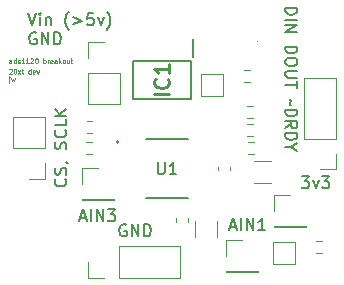
<source format=gbr>
%TF.GenerationSoftware,KiCad,Pcbnew,7.0.6*%
%TF.CreationDate,2024-02-24T16:40:58-05:00*%
%TF.ProjectId,ads1120_breakout,61647331-3132-4305-9f62-7265616b6f75,rev?*%
%TF.SameCoordinates,Original*%
%TF.FileFunction,Legend,Top*%
%TF.FilePolarity,Positive*%
%FSLAX46Y46*%
G04 Gerber Fmt 4.6, Leading zero omitted, Abs format (unit mm)*
G04 Created by KiCad (PCBNEW 7.0.6) date 2024-02-24 16:40:58*
%MOMM*%
%LPD*%
G01*
G04 APERTURE LIST*
%ADD10C,0.060000*%
%ADD11C,0.150000*%
%ADD12C,0.254000*%
%ADD13C,0.120000*%
%ADD14C,0.100000*%
%ADD15C,0.127000*%
%ADD16C,0.200000*%
G04 APERTURE END LIST*
D10*
X129909663Y-78190022D02*
X129928711Y-78170975D01*
X129928711Y-78170975D02*
X129966806Y-78151927D01*
X129966806Y-78151927D02*
X130062044Y-78151927D01*
X130062044Y-78151927D02*
X130100139Y-78170975D01*
X130100139Y-78170975D02*
X130119187Y-78190022D01*
X130119187Y-78190022D02*
X130138234Y-78228118D01*
X130138234Y-78228118D02*
X130138234Y-78266213D01*
X130138234Y-78266213D02*
X130119187Y-78323356D01*
X130119187Y-78323356D02*
X129890615Y-78551927D01*
X129890615Y-78551927D02*
X130138234Y-78551927D01*
X130385853Y-78151927D02*
X130423948Y-78151927D01*
X130423948Y-78151927D02*
X130462044Y-78170975D01*
X130462044Y-78170975D02*
X130481091Y-78190022D01*
X130481091Y-78190022D02*
X130500139Y-78228118D01*
X130500139Y-78228118D02*
X130519186Y-78304308D01*
X130519186Y-78304308D02*
X130519186Y-78399546D01*
X130519186Y-78399546D02*
X130500139Y-78475737D01*
X130500139Y-78475737D02*
X130481091Y-78513832D01*
X130481091Y-78513832D02*
X130462044Y-78532880D01*
X130462044Y-78532880D02*
X130423948Y-78551927D01*
X130423948Y-78551927D02*
X130385853Y-78551927D01*
X130385853Y-78551927D02*
X130347758Y-78532880D01*
X130347758Y-78532880D02*
X130328710Y-78513832D01*
X130328710Y-78513832D02*
X130309663Y-78475737D01*
X130309663Y-78475737D02*
X130290615Y-78399546D01*
X130290615Y-78399546D02*
X130290615Y-78304308D01*
X130290615Y-78304308D02*
X130309663Y-78228118D01*
X130309663Y-78228118D02*
X130328710Y-78190022D01*
X130328710Y-78190022D02*
X130347758Y-78170975D01*
X130347758Y-78170975D02*
X130385853Y-78151927D01*
X130652519Y-78551927D02*
X130862043Y-78285260D01*
X130652519Y-78285260D02*
X130862043Y-78551927D01*
X130957282Y-78285260D02*
X131109663Y-78285260D01*
X131014425Y-78151927D02*
X131014425Y-78494784D01*
X131014425Y-78494784D02*
X131033472Y-78532880D01*
X131033472Y-78532880D02*
X131071567Y-78551927D01*
X131071567Y-78551927D02*
X131109663Y-78551927D01*
X131719186Y-78551927D02*
X131719186Y-78151927D01*
X131719186Y-78532880D02*
X131681091Y-78551927D01*
X131681091Y-78551927D02*
X131604900Y-78551927D01*
X131604900Y-78551927D02*
X131566805Y-78532880D01*
X131566805Y-78532880D02*
X131547758Y-78513832D01*
X131547758Y-78513832D02*
X131528710Y-78475737D01*
X131528710Y-78475737D02*
X131528710Y-78361451D01*
X131528710Y-78361451D02*
X131547758Y-78323356D01*
X131547758Y-78323356D02*
X131566805Y-78304308D01*
X131566805Y-78304308D02*
X131604900Y-78285260D01*
X131604900Y-78285260D02*
X131681091Y-78285260D01*
X131681091Y-78285260D02*
X131719186Y-78304308D01*
X132062044Y-78532880D02*
X132023948Y-78551927D01*
X132023948Y-78551927D02*
X131947758Y-78551927D01*
X131947758Y-78551927D02*
X131909663Y-78532880D01*
X131909663Y-78532880D02*
X131890615Y-78494784D01*
X131890615Y-78494784D02*
X131890615Y-78342403D01*
X131890615Y-78342403D02*
X131909663Y-78304308D01*
X131909663Y-78304308D02*
X131947758Y-78285260D01*
X131947758Y-78285260D02*
X132023948Y-78285260D01*
X132023948Y-78285260D02*
X132062044Y-78304308D01*
X132062044Y-78304308D02*
X132081091Y-78342403D01*
X132081091Y-78342403D02*
X132081091Y-78380499D01*
X132081091Y-78380499D02*
X131890615Y-78418594D01*
X132214424Y-78285260D02*
X132309662Y-78551927D01*
X132309662Y-78551927D02*
X132404901Y-78285260D01*
X129928711Y-78929260D02*
X129928711Y-79272118D01*
X129928711Y-79272118D02*
X129909663Y-79310213D01*
X129909663Y-79310213D02*
X129871568Y-79329260D01*
X129871568Y-79329260D02*
X129852520Y-79329260D01*
X129928711Y-78795927D02*
X129909663Y-78814975D01*
X129909663Y-78814975D02*
X129928711Y-78834022D01*
X129928711Y-78834022D02*
X129947758Y-78814975D01*
X129947758Y-78814975D02*
X129928711Y-78795927D01*
X129928711Y-78795927D02*
X129928711Y-78834022D01*
X130081091Y-78929260D02*
X130157282Y-79195927D01*
X130157282Y-79195927D02*
X130233472Y-79005451D01*
X130233472Y-79005451D02*
X130309663Y-79195927D01*
X130309663Y-79195927D02*
X130385853Y-78929260D01*
X130100139Y-77671927D02*
X130100139Y-77462403D01*
X130100139Y-77462403D02*
X130081092Y-77424308D01*
X130081092Y-77424308D02*
X130042996Y-77405260D01*
X130042996Y-77405260D02*
X129966806Y-77405260D01*
X129966806Y-77405260D02*
X129928711Y-77424308D01*
X130100139Y-77652880D02*
X130062044Y-77671927D01*
X130062044Y-77671927D02*
X129966806Y-77671927D01*
X129966806Y-77671927D02*
X129928711Y-77652880D01*
X129928711Y-77652880D02*
X129909663Y-77614784D01*
X129909663Y-77614784D02*
X129909663Y-77576689D01*
X129909663Y-77576689D02*
X129928711Y-77538594D01*
X129928711Y-77538594D02*
X129966806Y-77519546D01*
X129966806Y-77519546D02*
X130062044Y-77519546D01*
X130062044Y-77519546D02*
X130100139Y-77500499D01*
X130462044Y-77671927D02*
X130462044Y-77271927D01*
X130462044Y-77652880D02*
X130423949Y-77671927D01*
X130423949Y-77671927D02*
X130347758Y-77671927D01*
X130347758Y-77671927D02*
X130309663Y-77652880D01*
X130309663Y-77652880D02*
X130290616Y-77633832D01*
X130290616Y-77633832D02*
X130271568Y-77595737D01*
X130271568Y-77595737D02*
X130271568Y-77481451D01*
X130271568Y-77481451D02*
X130290616Y-77443356D01*
X130290616Y-77443356D02*
X130309663Y-77424308D01*
X130309663Y-77424308D02*
X130347758Y-77405260D01*
X130347758Y-77405260D02*
X130423949Y-77405260D01*
X130423949Y-77405260D02*
X130462044Y-77424308D01*
X130633473Y-77652880D02*
X130671568Y-77671927D01*
X130671568Y-77671927D02*
X130747759Y-77671927D01*
X130747759Y-77671927D02*
X130785854Y-77652880D01*
X130785854Y-77652880D02*
X130804902Y-77614784D01*
X130804902Y-77614784D02*
X130804902Y-77595737D01*
X130804902Y-77595737D02*
X130785854Y-77557641D01*
X130785854Y-77557641D02*
X130747759Y-77538594D01*
X130747759Y-77538594D02*
X130690616Y-77538594D01*
X130690616Y-77538594D02*
X130652521Y-77519546D01*
X130652521Y-77519546D02*
X130633473Y-77481451D01*
X130633473Y-77481451D02*
X130633473Y-77462403D01*
X130633473Y-77462403D02*
X130652521Y-77424308D01*
X130652521Y-77424308D02*
X130690616Y-77405260D01*
X130690616Y-77405260D02*
X130747759Y-77405260D01*
X130747759Y-77405260D02*
X130785854Y-77424308D01*
X131185854Y-77671927D02*
X130957283Y-77671927D01*
X131071569Y-77671927D02*
X131071569Y-77271927D01*
X131071569Y-77271927D02*
X131033473Y-77329070D01*
X131033473Y-77329070D02*
X130995378Y-77367165D01*
X130995378Y-77367165D02*
X130957283Y-77386213D01*
X131566806Y-77671927D02*
X131338235Y-77671927D01*
X131452521Y-77671927D02*
X131452521Y-77271927D01*
X131452521Y-77271927D02*
X131414425Y-77329070D01*
X131414425Y-77329070D02*
X131376330Y-77367165D01*
X131376330Y-77367165D02*
X131338235Y-77386213D01*
X131719187Y-77310022D02*
X131738235Y-77290975D01*
X131738235Y-77290975D02*
X131776330Y-77271927D01*
X131776330Y-77271927D02*
X131871568Y-77271927D01*
X131871568Y-77271927D02*
X131909663Y-77290975D01*
X131909663Y-77290975D02*
X131928711Y-77310022D01*
X131928711Y-77310022D02*
X131947758Y-77348118D01*
X131947758Y-77348118D02*
X131947758Y-77386213D01*
X131947758Y-77386213D02*
X131928711Y-77443356D01*
X131928711Y-77443356D02*
X131700139Y-77671927D01*
X131700139Y-77671927D02*
X131947758Y-77671927D01*
X132195377Y-77271927D02*
X132233472Y-77271927D01*
X132233472Y-77271927D02*
X132271568Y-77290975D01*
X132271568Y-77290975D02*
X132290615Y-77310022D01*
X132290615Y-77310022D02*
X132309663Y-77348118D01*
X132309663Y-77348118D02*
X132328710Y-77424308D01*
X132328710Y-77424308D02*
X132328710Y-77519546D01*
X132328710Y-77519546D02*
X132309663Y-77595737D01*
X132309663Y-77595737D02*
X132290615Y-77633832D01*
X132290615Y-77633832D02*
X132271568Y-77652880D01*
X132271568Y-77652880D02*
X132233472Y-77671927D01*
X132233472Y-77671927D02*
X132195377Y-77671927D01*
X132195377Y-77671927D02*
X132157282Y-77652880D01*
X132157282Y-77652880D02*
X132138234Y-77633832D01*
X132138234Y-77633832D02*
X132119187Y-77595737D01*
X132119187Y-77595737D02*
X132100139Y-77519546D01*
X132100139Y-77519546D02*
X132100139Y-77424308D01*
X132100139Y-77424308D02*
X132119187Y-77348118D01*
X132119187Y-77348118D02*
X132138234Y-77310022D01*
X132138234Y-77310022D02*
X132157282Y-77290975D01*
X132157282Y-77290975D02*
X132195377Y-77271927D01*
X132804901Y-77671927D02*
X132804901Y-77271927D01*
X132804901Y-77424308D02*
X132842996Y-77405260D01*
X132842996Y-77405260D02*
X132919186Y-77405260D01*
X132919186Y-77405260D02*
X132957282Y-77424308D01*
X132957282Y-77424308D02*
X132976329Y-77443356D01*
X132976329Y-77443356D02*
X132995377Y-77481451D01*
X132995377Y-77481451D02*
X132995377Y-77595737D01*
X132995377Y-77595737D02*
X132976329Y-77633832D01*
X132976329Y-77633832D02*
X132957282Y-77652880D01*
X132957282Y-77652880D02*
X132919186Y-77671927D01*
X132919186Y-77671927D02*
X132842996Y-77671927D01*
X132842996Y-77671927D02*
X132804901Y-77652880D01*
X133166806Y-77671927D02*
X133166806Y-77405260D01*
X133166806Y-77481451D02*
X133185853Y-77443356D01*
X133185853Y-77443356D02*
X133204901Y-77424308D01*
X133204901Y-77424308D02*
X133242996Y-77405260D01*
X133242996Y-77405260D02*
X133281091Y-77405260D01*
X133566806Y-77652880D02*
X133528710Y-77671927D01*
X133528710Y-77671927D02*
X133452520Y-77671927D01*
X133452520Y-77671927D02*
X133414425Y-77652880D01*
X133414425Y-77652880D02*
X133395377Y-77614784D01*
X133395377Y-77614784D02*
X133395377Y-77462403D01*
X133395377Y-77462403D02*
X133414425Y-77424308D01*
X133414425Y-77424308D02*
X133452520Y-77405260D01*
X133452520Y-77405260D02*
X133528710Y-77405260D01*
X133528710Y-77405260D02*
X133566806Y-77424308D01*
X133566806Y-77424308D02*
X133585853Y-77462403D01*
X133585853Y-77462403D02*
X133585853Y-77500499D01*
X133585853Y-77500499D02*
X133395377Y-77538594D01*
X133928710Y-77671927D02*
X133928710Y-77462403D01*
X133928710Y-77462403D02*
X133909663Y-77424308D01*
X133909663Y-77424308D02*
X133871567Y-77405260D01*
X133871567Y-77405260D02*
X133795377Y-77405260D01*
X133795377Y-77405260D02*
X133757282Y-77424308D01*
X133928710Y-77652880D02*
X133890615Y-77671927D01*
X133890615Y-77671927D02*
X133795377Y-77671927D01*
X133795377Y-77671927D02*
X133757282Y-77652880D01*
X133757282Y-77652880D02*
X133738234Y-77614784D01*
X133738234Y-77614784D02*
X133738234Y-77576689D01*
X133738234Y-77576689D02*
X133757282Y-77538594D01*
X133757282Y-77538594D02*
X133795377Y-77519546D01*
X133795377Y-77519546D02*
X133890615Y-77519546D01*
X133890615Y-77519546D02*
X133928710Y-77500499D01*
X134119187Y-77671927D02*
X134119187Y-77271927D01*
X134157282Y-77519546D02*
X134271568Y-77671927D01*
X134271568Y-77405260D02*
X134119187Y-77557641D01*
X134500139Y-77671927D02*
X134462044Y-77652880D01*
X134462044Y-77652880D02*
X134442997Y-77633832D01*
X134442997Y-77633832D02*
X134423949Y-77595737D01*
X134423949Y-77595737D02*
X134423949Y-77481451D01*
X134423949Y-77481451D02*
X134442997Y-77443356D01*
X134442997Y-77443356D02*
X134462044Y-77424308D01*
X134462044Y-77424308D02*
X134500139Y-77405260D01*
X134500139Y-77405260D02*
X134557282Y-77405260D01*
X134557282Y-77405260D02*
X134595378Y-77424308D01*
X134595378Y-77424308D02*
X134614425Y-77443356D01*
X134614425Y-77443356D02*
X134633473Y-77481451D01*
X134633473Y-77481451D02*
X134633473Y-77595737D01*
X134633473Y-77595737D02*
X134614425Y-77633832D01*
X134614425Y-77633832D02*
X134595378Y-77652880D01*
X134595378Y-77652880D02*
X134557282Y-77671927D01*
X134557282Y-77671927D02*
X134500139Y-77671927D01*
X134976330Y-77405260D02*
X134976330Y-77671927D01*
X134804902Y-77405260D02*
X134804902Y-77614784D01*
X134804902Y-77614784D02*
X134823949Y-77652880D01*
X134823949Y-77652880D02*
X134862044Y-77671927D01*
X134862044Y-77671927D02*
X134919187Y-77671927D01*
X134919187Y-77671927D02*
X134957283Y-77652880D01*
X134957283Y-77652880D02*
X134976330Y-77633832D01*
X135109664Y-77405260D02*
X135262045Y-77405260D01*
X135166807Y-77271927D02*
X135166807Y-77614784D01*
X135166807Y-77614784D02*
X135185854Y-77652880D01*
X135185854Y-77652880D02*
X135223949Y-77671927D01*
X135223949Y-77671927D02*
X135262045Y-77671927D01*
D11*
X153292180Y-72980779D02*
X154292180Y-72980779D01*
X154292180Y-72980779D02*
X154292180Y-73218874D01*
X154292180Y-73218874D02*
X154244561Y-73361731D01*
X154244561Y-73361731D02*
X154149323Y-73456969D01*
X154149323Y-73456969D02*
X154054085Y-73504588D01*
X154054085Y-73504588D02*
X153863609Y-73552207D01*
X153863609Y-73552207D02*
X153720752Y-73552207D01*
X153720752Y-73552207D02*
X153530276Y-73504588D01*
X153530276Y-73504588D02*
X153435038Y-73456969D01*
X153435038Y-73456969D02*
X153339800Y-73361731D01*
X153339800Y-73361731D02*
X153292180Y-73218874D01*
X153292180Y-73218874D02*
X153292180Y-72980779D01*
X153292180Y-73980779D02*
X154292180Y-73980779D01*
X153292180Y-74456969D02*
X154292180Y-74456969D01*
X154292180Y-74456969D02*
X153292180Y-75028397D01*
X153292180Y-75028397D02*
X154292180Y-75028397D01*
X153292180Y-76266493D02*
X154292180Y-76266493D01*
X154292180Y-76266493D02*
X154292180Y-76504588D01*
X154292180Y-76504588D02*
X154244561Y-76647445D01*
X154244561Y-76647445D02*
X154149323Y-76742683D01*
X154149323Y-76742683D02*
X154054085Y-76790302D01*
X154054085Y-76790302D02*
X153863609Y-76837921D01*
X153863609Y-76837921D02*
X153720752Y-76837921D01*
X153720752Y-76837921D02*
X153530276Y-76790302D01*
X153530276Y-76790302D02*
X153435038Y-76742683D01*
X153435038Y-76742683D02*
X153339800Y-76647445D01*
X153339800Y-76647445D02*
X153292180Y-76504588D01*
X153292180Y-76504588D02*
X153292180Y-76266493D01*
X154292180Y-77456969D02*
X154292180Y-77647445D01*
X154292180Y-77647445D02*
X154244561Y-77742683D01*
X154244561Y-77742683D02*
X154149323Y-77837921D01*
X154149323Y-77837921D02*
X153958847Y-77885540D01*
X153958847Y-77885540D02*
X153625514Y-77885540D01*
X153625514Y-77885540D02*
X153435038Y-77837921D01*
X153435038Y-77837921D02*
X153339800Y-77742683D01*
X153339800Y-77742683D02*
X153292180Y-77647445D01*
X153292180Y-77647445D02*
X153292180Y-77456969D01*
X153292180Y-77456969D02*
X153339800Y-77361731D01*
X153339800Y-77361731D02*
X153435038Y-77266493D01*
X153435038Y-77266493D02*
X153625514Y-77218874D01*
X153625514Y-77218874D02*
X153958847Y-77218874D01*
X153958847Y-77218874D02*
X154149323Y-77266493D01*
X154149323Y-77266493D02*
X154244561Y-77361731D01*
X154244561Y-77361731D02*
X154292180Y-77456969D01*
X154292180Y-78314112D02*
X153482657Y-78314112D01*
X153482657Y-78314112D02*
X153387419Y-78361731D01*
X153387419Y-78361731D02*
X153339800Y-78409350D01*
X153339800Y-78409350D02*
X153292180Y-78504588D01*
X153292180Y-78504588D02*
X153292180Y-78695064D01*
X153292180Y-78695064D02*
X153339800Y-78790302D01*
X153339800Y-78790302D02*
X153387419Y-78837921D01*
X153387419Y-78837921D02*
X153482657Y-78885540D01*
X153482657Y-78885540D02*
X154292180Y-78885540D01*
X154292180Y-79218874D02*
X154292180Y-79790302D01*
X153292180Y-79504588D02*
X154292180Y-79504588D01*
X153673133Y-80742684D02*
X153720752Y-80790303D01*
X153720752Y-80790303D02*
X153768371Y-80885541D01*
X153768371Y-80885541D02*
X153673133Y-81076017D01*
X153673133Y-81076017D02*
X153720752Y-81171255D01*
X153720752Y-81171255D02*
X153768371Y-81218874D01*
X153292180Y-81599827D02*
X154292180Y-81599827D01*
X154292180Y-81599827D02*
X154292180Y-81837922D01*
X154292180Y-81837922D02*
X154244561Y-81980779D01*
X154244561Y-81980779D02*
X154149323Y-82076017D01*
X154149323Y-82076017D02*
X154054085Y-82123636D01*
X154054085Y-82123636D02*
X153863609Y-82171255D01*
X153863609Y-82171255D02*
X153720752Y-82171255D01*
X153720752Y-82171255D02*
X153530276Y-82123636D01*
X153530276Y-82123636D02*
X153435038Y-82076017D01*
X153435038Y-82076017D02*
X153339800Y-81980779D01*
X153339800Y-81980779D02*
X153292180Y-81837922D01*
X153292180Y-81837922D02*
X153292180Y-81599827D01*
X153292180Y-83171255D02*
X153768371Y-82837922D01*
X153292180Y-82599827D02*
X154292180Y-82599827D01*
X154292180Y-82599827D02*
X154292180Y-82980779D01*
X154292180Y-82980779D02*
X154244561Y-83076017D01*
X154244561Y-83076017D02*
X154196942Y-83123636D01*
X154196942Y-83123636D02*
X154101704Y-83171255D01*
X154101704Y-83171255D02*
X153958847Y-83171255D01*
X153958847Y-83171255D02*
X153863609Y-83123636D01*
X153863609Y-83123636D02*
X153815990Y-83076017D01*
X153815990Y-83076017D02*
X153768371Y-82980779D01*
X153768371Y-82980779D02*
X153768371Y-82599827D01*
X153292180Y-83599827D02*
X154292180Y-83599827D01*
X154292180Y-83599827D02*
X154292180Y-83837922D01*
X154292180Y-83837922D02*
X154244561Y-83980779D01*
X154244561Y-83980779D02*
X154149323Y-84076017D01*
X154149323Y-84076017D02*
X154054085Y-84123636D01*
X154054085Y-84123636D02*
X153863609Y-84171255D01*
X153863609Y-84171255D02*
X153720752Y-84171255D01*
X153720752Y-84171255D02*
X153530276Y-84123636D01*
X153530276Y-84123636D02*
X153435038Y-84076017D01*
X153435038Y-84076017D02*
X153339800Y-83980779D01*
X153339800Y-83980779D02*
X153292180Y-83837922D01*
X153292180Y-83837922D02*
X153292180Y-83599827D01*
X153768371Y-84790303D02*
X153292180Y-84790303D01*
X154292180Y-84456970D02*
X153768371Y-84790303D01*
X153768371Y-84790303D02*
X154292180Y-85123636D01*
X154673541Y-87261819D02*
X155292588Y-87261819D01*
X155292588Y-87261819D02*
X154959255Y-87642771D01*
X154959255Y-87642771D02*
X155102112Y-87642771D01*
X155102112Y-87642771D02*
X155197350Y-87690390D01*
X155197350Y-87690390D02*
X155244969Y-87738009D01*
X155244969Y-87738009D02*
X155292588Y-87833247D01*
X155292588Y-87833247D02*
X155292588Y-88071342D01*
X155292588Y-88071342D02*
X155244969Y-88166580D01*
X155244969Y-88166580D02*
X155197350Y-88214200D01*
X155197350Y-88214200D02*
X155102112Y-88261819D01*
X155102112Y-88261819D02*
X154816398Y-88261819D01*
X154816398Y-88261819D02*
X154721160Y-88214200D01*
X154721160Y-88214200D02*
X154673541Y-88166580D01*
X155625922Y-87595152D02*
X155864017Y-88261819D01*
X155864017Y-88261819D02*
X156102112Y-87595152D01*
X156387827Y-87261819D02*
X157006874Y-87261819D01*
X157006874Y-87261819D02*
X156673541Y-87642771D01*
X156673541Y-87642771D02*
X156816398Y-87642771D01*
X156816398Y-87642771D02*
X156911636Y-87690390D01*
X156911636Y-87690390D02*
X156959255Y-87738009D01*
X156959255Y-87738009D02*
X157006874Y-87833247D01*
X157006874Y-87833247D02*
X157006874Y-88071342D01*
X157006874Y-88071342D02*
X156959255Y-88166580D01*
X156959255Y-88166580D02*
X156911636Y-88214200D01*
X156911636Y-88214200D02*
X156816398Y-88261819D01*
X156816398Y-88261819D02*
X156530684Y-88261819D01*
X156530684Y-88261819D02*
X156435446Y-88214200D01*
X156435446Y-88214200D02*
X156387827Y-88166580D01*
X148625160Y-91532104D02*
X149101350Y-91532104D01*
X148529922Y-91817819D02*
X148863255Y-90817819D01*
X148863255Y-90817819D02*
X149196588Y-91817819D01*
X149529922Y-91817819D02*
X149529922Y-90817819D01*
X150006112Y-91817819D02*
X150006112Y-90817819D01*
X150006112Y-90817819D02*
X150577540Y-91817819D01*
X150577540Y-91817819D02*
X150577540Y-90817819D01*
X151577540Y-91817819D02*
X151006112Y-91817819D01*
X151291826Y-91817819D02*
X151291826Y-90817819D01*
X151291826Y-90817819D02*
X151196588Y-90960676D01*
X151196588Y-90960676D02*
X151101350Y-91055914D01*
X151101350Y-91055914D02*
X151006112Y-91103533D01*
X139798588Y-91373438D02*
X139703350Y-91325819D01*
X139703350Y-91325819D02*
X139560493Y-91325819D01*
X139560493Y-91325819D02*
X139417636Y-91373438D01*
X139417636Y-91373438D02*
X139322398Y-91468676D01*
X139322398Y-91468676D02*
X139274779Y-91563914D01*
X139274779Y-91563914D02*
X139227160Y-91754390D01*
X139227160Y-91754390D02*
X139227160Y-91897247D01*
X139227160Y-91897247D02*
X139274779Y-92087723D01*
X139274779Y-92087723D02*
X139322398Y-92182961D01*
X139322398Y-92182961D02*
X139417636Y-92278200D01*
X139417636Y-92278200D02*
X139560493Y-92325819D01*
X139560493Y-92325819D02*
X139655731Y-92325819D01*
X139655731Y-92325819D02*
X139798588Y-92278200D01*
X139798588Y-92278200D02*
X139846207Y-92230580D01*
X139846207Y-92230580D02*
X139846207Y-91897247D01*
X139846207Y-91897247D02*
X139655731Y-91897247D01*
X140274779Y-92325819D02*
X140274779Y-91325819D01*
X140274779Y-91325819D02*
X140846207Y-92325819D01*
X140846207Y-92325819D02*
X140846207Y-91325819D01*
X141322398Y-92325819D02*
X141322398Y-91325819D01*
X141322398Y-91325819D02*
X141560493Y-91325819D01*
X141560493Y-91325819D02*
X141703350Y-91373438D01*
X141703350Y-91373438D02*
X141798588Y-91468676D01*
X141798588Y-91468676D02*
X141846207Y-91563914D01*
X141846207Y-91563914D02*
X141893826Y-91754390D01*
X141893826Y-91754390D02*
X141893826Y-91897247D01*
X141893826Y-91897247D02*
X141846207Y-92087723D01*
X141846207Y-92087723D02*
X141798588Y-92182961D01*
X141798588Y-92182961D02*
X141703350Y-92278200D01*
X141703350Y-92278200D02*
X141560493Y-92325819D01*
X141560493Y-92325819D02*
X141322398Y-92325819D01*
X131511922Y-73459819D02*
X131845255Y-74459819D01*
X131845255Y-74459819D02*
X132178588Y-73459819D01*
X132511922Y-74459819D02*
X132511922Y-73793152D01*
X132511922Y-73459819D02*
X132464303Y-73507438D01*
X132464303Y-73507438D02*
X132511922Y-73555057D01*
X132511922Y-73555057D02*
X132559541Y-73507438D01*
X132559541Y-73507438D02*
X132511922Y-73459819D01*
X132511922Y-73459819D02*
X132511922Y-73555057D01*
X132988112Y-73793152D02*
X132988112Y-74459819D01*
X132988112Y-73888390D02*
X133035731Y-73840771D01*
X133035731Y-73840771D02*
X133130969Y-73793152D01*
X133130969Y-73793152D02*
X133273826Y-73793152D01*
X133273826Y-73793152D02*
X133369064Y-73840771D01*
X133369064Y-73840771D02*
X133416683Y-73936009D01*
X133416683Y-73936009D02*
X133416683Y-74459819D01*
X134940493Y-74840771D02*
X134892874Y-74793152D01*
X134892874Y-74793152D02*
X134797636Y-74650295D01*
X134797636Y-74650295D02*
X134750017Y-74555057D01*
X134750017Y-74555057D02*
X134702398Y-74412200D01*
X134702398Y-74412200D02*
X134654779Y-74174104D01*
X134654779Y-74174104D02*
X134654779Y-73983628D01*
X134654779Y-73983628D02*
X134702398Y-73745533D01*
X134702398Y-73745533D02*
X134750017Y-73602676D01*
X134750017Y-73602676D02*
X134797636Y-73507438D01*
X134797636Y-73507438D02*
X134892874Y-73364580D01*
X134892874Y-73364580D02*
X134940493Y-73316961D01*
X135321446Y-73793152D02*
X136083351Y-74078866D01*
X136083351Y-74078866D02*
X135321446Y-74364580D01*
X137035731Y-73459819D02*
X136559541Y-73459819D01*
X136559541Y-73459819D02*
X136511922Y-73936009D01*
X136511922Y-73936009D02*
X136559541Y-73888390D01*
X136559541Y-73888390D02*
X136654779Y-73840771D01*
X136654779Y-73840771D02*
X136892874Y-73840771D01*
X136892874Y-73840771D02*
X136988112Y-73888390D01*
X136988112Y-73888390D02*
X137035731Y-73936009D01*
X137035731Y-73936009D02*
X137083350Y-74031247D01*
X137083350Y-74031247D02*
X137083350Y-74269342D01*
X137083350Y-74269342D02*
X137035731Y-74364580D01*
X137035731Y-74364580D02*
X136988112Y-74412200D01*
X136988112Y-74412200D02*
X136892874Y-74459819D01*
X136892874Y-74459819D02*
X136654779Y-74459819D01*
X136654779Y-74459819D02*
X136559541Y-74412200D01*
X136559541Y-74412200D02*
X136511922Y-74364580D01*
X137416684Y-73793152D02*
X137654779Y-74459819D01*
X137654779Y-74459819D02*
X137892874Y-73793152D01*
X138178589Y-74840771D02*
X138226208Y-74793152D01*
X138226208Y-74793152D02*
X138321446Y-74650295D01*
X138321446Y-74650295D02*
X138369065Y-74555057D01*
X138369065Y-74555057D02*
X138416684Y-74412200D01*
X138416684Y-74412200D02*
X138464303Y-74174104D01*
X138464303Y-74174104D02*
X138464303Y-73983628D01*
X138464303Y-73983628D02*
X138416684Y-73745533D01*
X138416684Y-73745533D02*
X138369065Y-73602676D01*
X138369065Y-73602676D02*
X138321446Y-73507438D01*
X138321446Y-73507438D02*
X138226208Y-73364580D01*
X138226208Y-73364580D02*
X138178589Y-73316961D01*
X132178588Y-75117438D02*
X132083350Y-75069819D01*
X132083350Y-75069819D02*
X131940493Y-75069819D01*
X131940493Y-75069819D02*
X131797636Y-75117438D01*
X131797636Y-75117438D02*
X131702398Y-75212676D01*
X131702398Y-75212676D02*
X131654779Y-75307914D01*
X131654779Y-75307914D02*
X131607160Y-75498390D01*
X131607160Y-75498390D02*
X131607160Y-75641247D01*
X131607160Y-75641247D02*
X131654779Y-75831723D01*
X131654779Y-75831723D02*
X131702398Y-75926961D01*
X131702398Y-75926961D02*
X131797636Y-76022200D01*
X131797636Y-76022200D02*
X131940493Y-76069819D01*
X131940493Y-76069819D02*
X132035731Y-76069819D01*
X132035731Y-76069819D02*
X132178588Y-76022200D01*
X132178588Y-76022200D02*
X132226207Y-75974580D01*
X132226207Y-75974580D02*
X132226207Y-75641247D01*
X132226207Y-75641247D02*
X132035731Y-75641247D01*
X132654779Y-76069819D02*
X132654779Y-75069819D01*
X132654779Y-75069819D02*
X133226207Y-76069819D01*
X133226207Y-76069819D02*
X133226207Y-75069819D01*
X133702398Y-76069819D02*
X133702398Y-75069819D01*
X133702398Y-75069819D02*
X133940493Y-75069819D01*
X133940493Y-75069819D02*
X134083350Y-75117438D01*
X134083350Y-75117438D02*
X134178588Y-75212676D01*
X134178588Y-75212676D02*
X134226207Y-75307914D01*
X134226207Y-75307914D02*
X134273826Y-75498390D01*
X134273826Y-75498390D02*
X134273826Y-75641247D01*
X134273826Y-75641247D02*
X134226207Y-75831723D01*
X134226207Y-75831723D02*
X134178588Y-75926961D01*
X134178588Y-75926961D02*
X134083350Y-76022200D01*
X134083350Y-76022200D02*
X133940493Y-76069819D01*
X133940493Y-76069819D02*
X133702398Y-76069819D01*
X135925160Y-90770104D02*
X136401350Y-90770104D01*
X135829922Y-91055819D02*
X136163255Y-90055819D01*
X136163255Y-90055819D02*
X136496588Y-91055819D01*
X136829922Y-91055819D02*
X136829922Y-90055819D01*
X137306112Y-91055819D02*
X137306112Y-90055819D01*
X137306112Y-90055819D02*
X137877540Y-91055819D01*
X137877540Y-91055819D02*
X137877540Y-90055819D01*
X138258493Y-90055819D02*
X138877540Y-90055819D01*
X138877540Y-90055819D02*
X138544207Y-90436771D01*
X138544207Y-90436771D02*
X138687064Y-90436771D01*
X138687064Y-90436771D02*
X138782302Y-90484390D01*
X138782302Y-90484390D02*
X138829921Y-90532009D01*
X138829921Y-90532009D02*
X138877540Y-90627247D01*
X138877540Y-90627247D02*
X138877540Y-90865342D01*
X138877540Y-90865342D02*
X138829921Y-90960580D01*
X138829921Y-90960580D02*
X138782302Y-91008200D01*
X138782302Y-91008200D02*
X138687064Y-91055819D01*
X138687064Y-91055819D02*
X138401350Y-91055819D01*
X138401350Y-91055819D02*
X138306112Y-91008200D01*
X138306112Y-91008200D02*
X138258493Y-90960580D01*
X134648580Y-87483792D02*
X134696200Y-87531411D01*
X134696200Y-87531411D02*
X134743819Y-87674268D01*
X134743819Y-87674268D02*
X134743819Y-87769506D01*
X134743819Y-87769506D02*
X134696200Y-87912363D01*
X134696200Y-87912363D02*
X134600961Y-88007601D01*
X134600961Y-88007601D02*
X134505723Y-88055220D01*
X134505723Y-88055220D02*
X134315247Y-88102839D01*
X134315247Y-88102839D02*
X134172390Y-88102839D01*
X134172390Y-88102839D02*
X133981914Y-88055220D01*
X133981914Y-88055220D02*
X133886676Y-88007601D01*
X133886676Y-88007601D02*
X133791438Y-87912363D01*
X133791438Y-87912363D02*
X133743819Y-87769506D01*
X133743819Y-87769506D02*
X133743819Y-87674268D01*
X133743819Y-87674268D02*
X133791438Y-87531411D01*
X133791438Y-87531411D02*
X133839057Y-87483792D01*
X134696200Y-87102839D02*
X134743819Y-86959982D01*
X134743819Y-86959982D02*
X134743819Y-86721887D01*
X134743819Y-86721887D02*
X134696200Y-86626649D01*
X134696200Y-86626649D02*
X134648580Y-86579030D01*
X134648580Y-86579030D02*
X134553342Y-86531411D01*
X134553342Y-86531411D02*
X134458104Y-86531411D01*
X134458104Y-86531411D02*
X134362866Y-86579030D01*
X134362866Y-86579030D02*
X134315247Y-86626649D01*
X134315247Y-86626649D02*
X134267628Y-86721887D01*
X134267628Y-86721887D02*
X134220009Y-86912363D01*
X134220009Y-86912363D02*
X134172390Y-87007601D01*
X134172390Y-87007601D02*
X134124771Y-87055220D01*
X134124771Y-87055220D02*
X134029533Y-87102839D01*
X134029533Y-87102839D02*
X133934295Y-87102839D01*
X133934295Y-87102839D02*
X133839057Y-87055220D01*
X133839057Y-87055220D02*
X133791438Y-87007601D01*
X133791438Y-87007601D02*
X133743819Y-86912363D01*
X133743819Y-86912363D02*
X133743819Y-86674268D01*
X133743819Y-86674268D02*
X133791438Y-86531411D01*
X134696200Y-86055220D02*
X134743819Y-86055220D01*
X134743819Y-86055220D02*
X134839057Y-86102839D01*
X134839057Y-86102839D02*
X134886676Y-86150458D01*
X134696200Y-84912363D02*
X134743819Y-84769506D01*
X134743819Y-84769506D02*
X134743819Y-84531411D01*
X134743819Y-84531411D02*
X134696200Y-84436173D01*
X134696200Y-84436173D02*
X134648580Y-84388554D01*
X134648580Y-84388554D02*
X134553342Y-84340935D01*
X134553342Y-84340935D02*
X134458104Y-84340935D01*
X134458104Y-84340935D02*
X134362866Y-84388554D01*
X134362866Y-84388554D02*
X134315247Y-84436173D01*
X134315247Y-84436173D02*
X134267628Y-84531411D01*
X134267628Y-84531411D02*
X134220009Y-84721887D01*
X134220009Y-84721887D02*
X134172390Y-84817125D01*
X134172390Y-84817125D02*
X134124771Y-84864744D01*
X134124771Y-84864744D02*
X134029533Y-84912363D01*
X134029533Y-84912363D02*
X133934295Y-84912363D01*
X133934295Y-84912363D02*
X133839057Y-84864744D01*
X133839057Y-84864744D02*
X133791438Y-84817125D01*
X133791438Y-84817125D02*
X133743819Y-84721887D01*
X133743819Y-84721887D02*
X133743819Y-84483792D01*
X133743819Y-84483792D02*
X133791438Y-84340935D01*
X134648580Y-83340935D02*
X134696200Y-83388554D01*
X134696200Y-83388554D02*
X134743819Y-83531411D01*
X134743819Y-83531411D02*
X134743819Y-83626649D01*
X134743819Y-83626649D02*
X134696200Y-83769506D01*
X134696200Y-83769506D02*
X134600961Y-83864744D01*
X134600961Y-83864744D02*
X134505723Y-83912363D01*
X134505723Y-83912363D02*
X134315247Y-83959982D01*
X134315247Y-83959982D02*
X134172390Y-83959982D01*
X134172390Y-83959982D02*
X133981914Y-83912363D01*
X133981914Y-83912363D02*
X133886676Y-83864744D01*
X133886676Y-83864744D02*
X133791438Y-83769506D01*
X133791438Y-83769506D02*
X133743819Y-83626649D01*
X133743819Y-83626649D02*
X133743819Y-83531411D01*
X133743819Y-83531411D02*
X133791438Y-83388554D01*
X133791438Y-83388554D02*
X133839057Y-83340935D01*
X134743819Y-82436173D02*
X134743819Y-82912363D01*
X134743819Y-82912363D02*
X133743819Y-82912363D01*
X134743819Y-82102839D02*
X133743819Y-82102839D01*
X134743819Y-81531411D02*
X134172390Y-81959982D01*
X133743819Y-81531411D02*
X134315247Y-82102839D01*
X142494095Y-86068819D02*
X142494095Y-86878342D01*
X142494095Y-86878342D02*
X142541714Y-86973580D01*
X142541714Y-86973580D02*
X142589333Y-87021200D01*
X142589333Y-87021200D02*
X142684571Y-87068819D01*
X142684571Y-87068819D02*
X142875047Y-87068819D01*
X142875047Y-87068819D02*
X142970285Y-87021200D01*
X142970285Y-87021200D02*
X143017904Y-86973580D01*
X143017904Y-86973580D02*
X143065523Y-86878342D01*
X143065523Y-86878342D02*
X143065523Y-86068819D01*
X144065523Y-87068819D02*
X143494095Y-87068819D01*
X143779809Y-87068819D02*
X143779809Y-86068819D01*
X143779809Y-86068819D02*
X143684571Y-86211676D01*
X143684571Y-86211676D02*
X143589333Y-86306914D01*
X143589333Y-86306914D02*
X143494095Y-86354533D01*
D12*
X143449318Y-80315762D02*
X142179318Y-80315762D01*
X143328365Y-78985285D02*
X143388842Y-79045761D01*
X143388842Y-79045761D02*
X143449318Y-79227190D01*
X143449318Y-79227190D02*
X143449318Y-79348142D01*
X143449318Y-79348142D02*
X143388842Y-79529571D01*
X143388842Y-79529571D02*
X143267889Y-79650523D01*
X143267889Y-79650523D02*
X143146937Y-79711000D01*
X143146937Y-79711000D02*
X142905032Y-79771476D01*
X142905032Y-79771476D02*
X142723603Y-79771476D01*
X142723603Y-79771476D02*
X142481699Y-79711000D01*
X142481699Y-79711000D02*
X142360746Y-79650523D01*
X142360746Y-79650523D02*
X142239794Y-79529571D01*
X142239794Y-79529571D02*
X142179318Y-79348142D01*
X142179318Y-79348142D02*
X142179318Y-79227190D01*
X142179318Y-79227190D02*
X142239794Y-79045761D01*
X142239794Y-79045761D02*
X142300270Y-78985285D01*
X143449318Y-77775761D02*
X143449318Y-78501476D01*
X143449318Y-78138619D02*
X142179318Y-78138619D01*
X142179318Y-78138619D02*
X142360746Y-78259571D01*
X142360746Y-78259571D02*
X142481699Y-78380523D01*
X142481699Y-78380523D02*
X142542175Y-78501476D01*
D13*
%TO.C,J7*%
X144332000Y-95818000D02*
X144332000Y-93158000D01*
X139192000Y-95818000D02*
X144332000Y-95818000D01*
X137922000Y-95818000D02*
X136592000Y-95818000D01*
X139192000Y-93158000D02*
X144332000Y-93158000D01*
X136592000Y-95818000D02*
X136592000Y-94488000D01*
X139192000Y-95818000D02*
X139192000Y-93158000D01*
%TO.C,TP2*%
X146116000Y-78552000D02*
X148016000Y-78552000D01*
X146116000Y-80452000D02*
X146116000Y-78552000D01*
X148016000Y-80452000D02*
X146116000Y-80452000D01*
X148016000Y-78552000D02*
X148016000Y-80452000D01*
%TO.C,TP1*%
X152212000Y-92776000D02*
X154112000Y-92776000D01*
X152212000Y-94676000D02*
X152212000Y-92776000D01*
X154112000Y-94676000D02*
X152212000Y-94676000D01*
X154112000Y-92776000D02*
X154112000Y-94676000D01*
%TO.C,R7*%
X149813742Y-79262500D02*
X150288258Y-79262500D01*
X149813742Y-78217500D02*
X150288258Y-78217500D01*
%TO.C,R6*%
X155909742Y-93740500D02*
X156384258Y-93740500D01*
X155909742Y-92695500D02*
X156384258Y-92695500D01*
D14*
%TO.C,D2*%
X150926000Y-75872000D02*
G75*
G03*
X150926000Y-75872000I-50000J0D01*
G01*
%TO.C,D1*%
X155193000Y-94996000D02*
G75*
G03*
X155193000Y-94996000I-50000J0D01*
G01*
D15*
%TO.C,U1*%
X141491000Y-84114000D02*
X145021000Y-84114000D01*
X145021000Y-89114000D02*
X141491000Y-89114000D01*
D16*
X139166000Y-84339000D02*
G75*
G03*
X139166000Y-84339000I-100000J0D01*
G01*
D13*
%TO.C,R5*%
X150067742Y-82789500D02*
X150542258Y-82789500D01*
X150067742Y-83834500D02*
X150542258Y-83834500D01*
%TO.C,R4*%
X150605258Y-85358500D02*
X150130742Y-85358500D01*
X150605258Y-84313500D02*
X150130742Y-84313500D01*
%TO.C,R3*%
X136477742Y-83580500D02*
X136952258Y-83580500D01*
X136477742Y-82535500D02*
X136952258Y-82535500D01*
%TO.C,R2*%
X150542258Y-81265500D02*
X150067742Y-81265500D01*
X150542258Y-82310500D02*
X150067742Y-82310500D01*
%TO.C,R1*%
X136414742Y-85358500D02*
X136889258Y-85358500D01*
X136414742Y-84313500D02*
X136889258Y-84313500D01*
%TO.C,J6*%
X152340000Y-88840000D02*
X153670000Y-88840000D01*
X152340000Y-91440000D02*
X155000000Y-91440000D01*
X152340000Y-91500000D02*
X155000000Y-91500000D01*
X155000000Y-91440000D02*
X155000000Y-91500000D01*
X152340000Y-91440000D02*
X152340000Y-91500000D01*
X152340000Y-90170000D02*
X152340000Y-88840000D01*
%TO.C,J5*%
X157540000Y-78919000D02*
X154880000Y-78919000D01*
X157540000Y-84059000D02*
X157540000Y-78919000D01*
X157540000Y-85329000D02*
X157540000Y-86659000D01*
X154880000Y-84059000D02*
X154880000Y-78919000D01*
X157540000Y-86659000D02*
X156210000Y-86659000D01*
X157540000Y-84059000D02*
X154880000Y-84059000D01*
%TO.C,J4*%
X136084000Y-86554000D02*
X137414000Y-86554000D01*
X136084000Y-89154000D02*
X138744000Y-89154000D01*
X136084000Y-89214000D02*
X138744000Y-89214000D01*
X138744000Y-89154000D02*
X138744000Y-89214000D01*
X136084000Y-89154000D02*
X136084000Y-89214000D01*
X136084000Y-87884000D02*
X136084000Y-86554000D01*
%TO.C,J3*%
X148276000Y-93980000D02*
X148276000Y-92650000D01*
X148276000Y-95250000D02*
X148276000Y-95310000D01*
X150936000Y-95250000D02*
X150936000Y-95310000D01*
X148276000Y-95310000D02*
X150936000Y-95310000D01*
X148276000Y-95250000D02*
X150936000Y-95250000D01*
X148276000Y-92650000D02*
X149606000Y-92650000D01*
%TO.C,J2*%
X136592000Y-77216000D02*
X136592000Y-75886000D01*
X136592000Y-81086000D02*
X139252000Y-81086000D01*
X136592000Y-78486000D02*
X136592000Y-81086000D01*
X136592000Y-78486000D02*
X139252000Y-78486000D01*
X136592000Y-75886000D02*
X137922000Y-75886000D01*
X139252000Y-78486000D02*
X139252000Y-81086000D01*
%TO.C,J1*%
X132902000Y-86106000D02*
X132902000Y-87436000D01*
X132902000Y-82236000D02*
X130242000Y-82236000D01*
X132902000Y-84836000D02*
X132902000Y-82236000D01*
X132902000Y-84836000D02*
X130242000Y-84836000D01*
X132902000Y-87436000D02*
X131572000Y-87436000D01*
X130242000Y-84836000D02*
X130242000Y-82236000D01*
D16*
%TO.C,IC1*%
X140424000Y-80676000D02*
X140424000Y-77476000D01*
X145326000Y-80676000D02*
X140424000Y-80676000D01*
X140424000Y-77476000D02*
X145326000Y-77476000D01*
X145326000Y-77476000D02*
X145326000Y-80676000D01*
X145455000Y-75601000D02*
X145455000Y-77126000D01*
D13*
%TO.C,C4*%
X150672748Y-85958000D02*
X152095252Y-85958000D01*
X150672748Y-87778000D02*
X152095252Y-87778000D01*
%TO.C,C3*%
X148592000Y-86754580D02*
X148592000Y-86473420D01*
X147572000Y-86754580D02*
X147572000Y-86473420D01*
%TO.C,C2*%
X144016000Y-91085580D02*
X144016000Y-90804420D01*
X145036000Y-91085580D02*
X145036000Y-90804420D01*
%TO.C,C1*%
X147468000Y-90995748D02*
X147468000Y-92418252D01*
X145648000Y-90995748D02*
X145648000Y-92418252D01*
%TD*%
M02*

</source>
